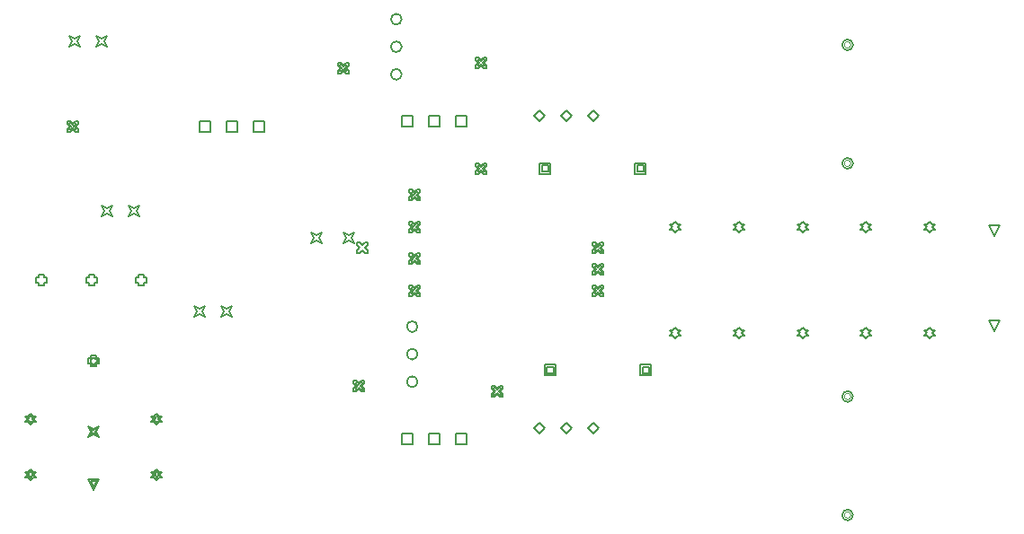
<source format=gbr>
%TF.GenerationSoftware,Altium Limited,Altium Designer,21.2.1 (34)*%
G04 Layer_Color=2752767*
%FSLAX26Y26*%
%MOIN*%
%TF.SameCoordinates,2E7F18B9-7671-40DC-A7DD-494BE6684AB2*%
%TF.FilePolarity,Positive*%
%TF.FileFunction,Drawing*%
%TF.Part,Single*%
G01*
G75*
%TA.AperFunction,NonConductor*%
%ADD72C,0.005000*%
%ADD102C,0.006667*%
%ADD103C,0.004000*%
D72*
X1417008Y1613858D02*
Y1653858D01*
X1457008D01*
Y1613858D01*
X1417008D01*
X1517008D02*
Y1653858D01*
X1557008D01*
Y1613858D01*
X1517008D01*
X1617008D02*
Y1653858D01*
X1657008D01*
Y1613858D01*
X1617008D01*
X3614173Y1207362D02*
X3594173Y1247362D01*
X3634173D01*
X3614173Y1207362D01*
Y853032D02*
X3594173Y893032D01*
X3634173D01*
X3614173Y853032D01*
X2431102Y1220158D02*
X2441102Y1230158D01*
X2451102D01*
X2441102Y1240158D01*
X2451102Y1250158D01*
X2441102D01*
X2431102Y1260158D01*
X2421102Y1250158D01*
X2411102D01*
X2421102Y1240158D01*
X2411102Y1230158D01*
X2421102D01*
X2431102Y1220158D01*
Y826457D02*
X2441102Y836457D01*
X2451102D01*
X2441102Y846457D01*
X2451102Y856457D01*
X2441102D01*
X2431102Y866457D01*
X2421102Y856457D01*
X2411102D01*
X2421102Y846457D01*
X2411102Y836457D01*
X2421102D01*
X2431102Y826457D01*
X2667323Y1220158D02*
X2677323Y1230158D01*
X2687323D01*
X2677323Y1240158D01*
X2687323Y1250158D01*
X2677323D01*
X2667323Y1260158D01*
X2657323Y1250158D01*
X2647323D01*
X2657323Y1240158D01*
X2647323Y1230158D01*
X2657323D01*
X2667323Y1220158D01*
Y826457D02*
X2677323Y836457D01*
X2687323D01*
X2677323Y846457D01*
X2687323Y856457D01*
X2677323D01*
X2667323Y866457D01*
X2657323Y856457D01*
X2647323D01*
X2657323Y846457D01*
X2647323Y836457D01*
X2657323D01*
X2667323Y826457D01*
X2903543Y1220158D02*
X2913543Y1230158D01*
X2923543D01*
X2913543Y1240158D01*
X2923543Y1250158D01*
X2913543D01*
X2903543Y1260158D01*
X2893543Y1250158D01*
X2883543D01*
X2893543Y1240158D01*
X2883543Y1230158D01*
X2893543D01*
X2903543Y1220158D01*
Y826457D02*
X2913543Y836457D01*
X2923543D01*
X2913543Y846457D01*
X2923543Y856457D01*
X2913543D01*
X2903543Y866457D01*
X2893543Y856457D01*
X2883543D01*
X2893543Y846457D01*
X2883543Y836457D01*
X2893543D01*
X2903543Y826457D01*
X3139764Y1220158D02*
X3149764Y1230158D01*
X3159764D01*
X3149764Y1240158D01*
X3159764Y1250158D01*
X3149764D01*
X3139764Y1260158D01*
X3129764Y1250158D01*
X3119764D01*
X3129764Y1240158D01*
X3119764Y1230158D01*
X3129764D01*
X3139764Y1220158D01*
Y826457D02*
X3149764Y836457D01*
X3159764D01*
X3149764Y846457D01*
X3159764Y856457D01*
X3149764D01*
X3139764Y866457D01*
X3129764Y856457D01*
X3119764D01*
X3129764Y846457D01*
X3119764Y836457D01*
X3129764D01*
X3139764Y826457D01*
X3375984Y1220158D02*
X3385984Y1230158D01*
X3395984D01*
X3385984Y1240158D01*
X3395984Y1250158D01*
X3385984D01*
X3375984Y1260158D01*
X3365984Y1250158D01*
X3355984D01*
X3365984Y1240158D01*
X3355984Y1230158D01*
X3365984D01*
X3375984Y1220158D01*
Y826457D02*
X3385984Y836457D01*
X3395984D01*
X3385984Y846457D01*
X3395984Y856457D01*
X3385984D01*
X3375984Y866457D01*
X3365984Y856457D01*
X3355984D01*
X3365984Y846457D01*
X3355984Y836457D01*
X3365984D01*
X3375984Y826457D01*
X185905Y1909134D02*
X195905Y1929134D01*
X185905Y1949134D01*
X205905Y1939134D01*
X225905Y1949134D01*
X215905Y1929134D01*
X225905Y1909134D01*
X205905Y1919134D01*
X185905Y1909134D01*
X285906D02*
X295906Y1929134D01*
X285906Y1949134D01*
X305906Y1939134D01*
X325906Y1949134D01*
X315906Y1929134D01*
X325906Y1909134D01*
X305906Y1919134D01*
X285906Y1909134D01*
X257716Y1033307D02*
Y1023307D01*
X277716D01*
Y1033307D01*
X287716D01*
Y1053307D01*
X277716D01*
Y1063307D01*
X257716D01*
Y1053307D01*
X247716D01*
Y1033307D01*
X257716D01*
X442756D02*
Y1023307D01*
X462756D01*
Y1033307D01*
X472756D01*
Y1053307D01*
X462756D01*
Y1063307D01*
X442756D01*
Y1053307D01*
X432756D01*
Y1033307D01*
X442756D01*
X72677D02*
Y1023307D01*
X92677D01*
Y1033307D01*
X102677D01*
Y1053307D01*
X92677D01*
Y1063307D01*
X72677D01*
Y1053307D01*
X62677D01*
Y1033307D01*
X72677D01*
X1082361Y1180787D02*
X1092361Y1200787D01*
X1082361Y1220787D01*
X1102361Y1210787D01*
X1122361Y1220787D01*
X1112361Y1200787D01*
X1122361Y1180787D01*
X1102361Y1190787D01*
X1082361Y1180787D01*
X1200472D02*
X1210472Y1200787D01*
X1200472Y1220787D01*
X1220472Y1210787D01*
X1240472Y1220787D01*
X1230472Y1200787D01*
X1240472Y1180787D01*
X1220472Y1190787D01*
X1200472Y1180787D01*
X1250865Y1142205D02*
X1260865D01*
X1270865Y1152205D01*
X1280865Y1142205D01*
X1290865D01*
Y1152205D01*
X1280865Y1162205D01*
X1290865Y1172205D01*
Y1182205D01*
X1280865D01*
X1270865Y1172205D01*
X1260865Y1182205D01*
X1250865D01*
Y1172205D01*
X1260865Y1162205D01*
X1250865Y1152205D01*
Y1142205D01*
X1617008Y432756D02*
Y472756D01*
X1657008D01*
Y432756D01*
X1617008D01*
X1517008D02*
Y472756D01*
X1557008D01*
Y432756D01*
X1517008D01*
X1417008D02*
Y472756D01*
X1457008D01*
Y432756D01*
X1417008D01*
X2107559Y492126D02*
X2127559Y512126D01*
X2147559Y492126D01*
X2127559Y472126D01*
X2107559Y492126D01*
X2007559D02*
X2027559Y512126D01*
X2047559Y492126D01*
X2027559Y472126D01*
X2007559Y492126D01*
X1907559D02*
X1927559Y512126D01*
X1947559Y492126D01*
X1927559Y472126D01*
X1907559Y492126D01*
X2302835Y688661D02*
Y728661D01*
X2342835D01*
Y688661D01*
X2302835D01*
X2310835Y696661D02*
Y720661D01*
X2334835D01*
Y696661D01*
X2310835D01*
X1948504Y688661D02*
Y728661D01*
X1988504D01*
Y688661D01*
X1948504D01*
X1956504Y696661D02*
Y720661D01*
X1980504D01*
Y696661D01*
X1956504D01*
X1928819Y1436693D02*
Y1476693D01*
X1968819D01*
Y1436693D01*
X1928819D01*
X1936819Y1444693D02*
Y1468693D01*
X1960819D01*
Y1444693D01*
X1936819D01*
X2283150Y1436693D02*
Y1476693D01*
X2323150D01*
Y1436693D01*
X2283150D01*
X2291150Y1444693D02*
Y1468693D01*
X2315150D01*
Y1444693D01*
X2291150D01*
X2107558Y1653543D02*
X2127558Y1673543D01*
X2147558Y1653543D01*
X2127558Y1633543D01*
X2107558Y1653543D01*
X2007558D02*
X2027558Y1673543D01*
X2047558Y1653543D01*
X2027558Y1633543D01*
X2007558Y1653543D01*
X1907558D02*
X1927558Y1673543D01*
X1947558Y1653543D01*
X1927558Y1633543D01*
X1907558Y1653543D01*
X667402Y1594173D02*
Y1634173D01*
X707402D01*
Y1594173D01*
X667402D01*
X767402D02*
Y1634173D01*
X807402D01*
Y1594173D01*
X767402D01*
X867402D02*
Y1634173D01*
X907402D01*
Y1594173D01*
X867402D01*
X304016Y1279213D02*
X314016Y1299213D01*
X304016Y1319213D01*
X324016Y1309213D01*
X344016Y1319213D01*
X334016Y1299213D01*
X344016Y1279213D01*
X324016Y1289213D01*
X304016Y1279213D01*
X404016D02*
X414016Y1299213D01*
X404016Y1319213D01*
X424016Y1309213D01*
X444016Y1319213D01*
X434016Y1299213D01*
X444016Y1279213D01*
X424016Y1289213D01*
X404016Y1279213D01*
X275591Y263465D02*
X255590Y303465D01*
X295591D01*
X275591Y263465D01*
Y271465D02*
X263591Y295465D01*
X287591D01*
X275591Y271465D01*
X509842Y505591D02*
X519842Y515591D01*
X529842D01*
X519842Y525591D01*
X529842Y535591D01*
X519842D01*
X509842Y545591D01*
X499842Y535591D01*
X489842D01*
X499842Y525591D01*
X489842Y515591D01*
X499842D01*
X509842Y505591D01*
Y513591D02*
X515842Y519591D01*
X521842D01*
X515842Y525591D01*
X521842Y531591D01*
X515842D01*
X509842Y537591D01*
X503842Y531591D01*
X497842D01*
X503842Y525591D01*
X497842Y519591D01*
X503842D01*
X509842Y513591D01*
Y300866D02*
X519842Y310866D01*
X529842D01*
X519842Y320866D01*
X529842Y330866D01*
X519842D01*
X509842Y340866D01*
X499842Y330866D01*
X489842D01*
X499842Y320866D01*
X489842Y310866D01*
X499842D01*
X509842Y300866D01*
Y308866D02*
X515842Y314866D01*
X521842D01*
X515842Y320866D01*
X521842Y326866D01*
X515842D01*
X509842Y332866D01*
X503842Y326866D01*
X497842D01*
X503842Y320866D01*
X497842Y314866D01*
X503842D01*
X509842Y308866D01*
X41339Y300866D02*
X51339Y310866D01*
X61339D01*
X51339Y320866D01*
X61339Y330866D01*
X51339D01*
X41339Y340866D01*
X31338Y330866D01*
X21338D01*
X31338Y320866D01*
X21338Y310866D01*
X31338D01*
X41339Y300866D01*
Y308866D02*
X47339Y314866D01*
X53339D01*
X47339Y320866D01*
X53339Y326866D01*
X47339D01*
X41339Y332866D01*
X35339Y326866D01*
X29338D01*
X35339Y320866D01*
X29338Y314866D01*
X35339D01*
X41339Y308866D01*
Y505591D02*
X51339Y515591D01*
X61339D01*
X51339Y525591D01*
X61339Y535591D01*
X51339D01*
X41339Y545591D01*
X31338Y535591D01*
X21338D01*
X31338Y525591D01*
X21338Y515591D01*
X31338D01*
X41339Y505591D01*
Y513591D02*
X47339Y519591D01*
X53339D01*
X47339Y525591D01*
X53339Y531591D01*
X47339D01*
X41339Y537591D01*
X35339Y531591D01*
X29338D01*
X35339Y525591D01*
X29338Y519591D01*
X35339D01*
X41339Y513591D01*
X255590Y460315D02*
X265591Y480315D01*
X255590Y500315D01*
X275591Y490315D01*
X295591Y500315D01*
X285591Y480315D01*
X295591Y460315D01*
X275591Y470315D01*
X255590Y460315D01*
X263591Y468315D02*
X269591Y480315D01*
X263591Y492315D01*
X275591Y486315D01*
X287591Y492315D01*
X281591Y480315D01*
X287591Y468315D01*
X275591Y474315D01*
X263591Y468315D01*
X265591Y732126D02*
Y722126D01*
X285591D01*
Y732126D01*
X295591D01*
Y752126D01*
X285591D01*
Y762126D01*
X265591D01*
Y752126D01*
X255590D01*
Y732126D01*
X265591D01*
X269591Y736126D02*
Y730126D01*
X281591D01*
Y736126D01*
X287591D01*
Y748126D01*
X281591D01*
Y754126D01*
X269591D01*
Y748126D01*
X263591D01*
Y736126D01*
X269591D01*
X649291Y905197D02*
X659291Y925197D01*
X649291Y945197D01*
X669291Y935197D01*
X689291Y945197D01*
X679291Y925197D01*
X689291Y905197D01*
X669291Y915197D01*
X649291Y905197D01*
X749291D02*
X759291Y925197D01*
X749291Y945197D01*
X769291Y935197D01*
X789291Y945197D01*
X779291Y925197D01*
X789291Y905197D01*
X769291Y915197D01*
X749291Y905197D01*
X176850Y1594173D02*
X186850D01*
X196850Y1604173D01*
X206850Y1594173D01*
X216850D01*
Y1604173D01*
X206850Y1614173D01*
X216850Y1624173D01*
Y1634173D01*
X206850D01*
X196850Y1624173D01*
X186850Y1634173D01*
X176850D01*
Y1624173D01*
X186850Y1614173D01*
X176850Y1604173D01*
Y1594173D01*
X184850Y1602173D02*
X190850D01*
X196850Y1608173D01*
X202850Y1602173D01*
X208850D01*
Y1608173D01*
X202850Y1614173D01*
X208850Y1620173D01*
Y1626173D01*
X202850D01*
X196850Y1620173D01*
X190850Y1626173D01*
X184850D01*
Y1620173D01*
X190850Y1614173D01*
X184850Y1608173D01*
Y1602173D01*
X2125669Y1141417D02*
X2135669D01*
X2145669Y1151417D01*
X2155669Y1141417D01*
X2165669D01*
Y1151417D01*
X2155669Y1161417D01*
X2165669Y1171417D01*
Y1181417D01*
X2155669D01*
X2145669Y1171417D01*
X2135669Y1181417D01*
X2125669D01*
Y1171417D01*
X2135669Y1161417D01*
X2125669Y1151417D01*
Y1141417D01*
X2133669Y1149417D02*
X2139669D01*
X2145669Y1155417D01*
X2151669Y1149417D01*
X2157669D01*
Y1155417D01*
X2151669Y1161417D01*
X2157669Y1167417D01*
Y1173417D01*
X2151669D01*
X2145669Y1167417D01*
X2139669Y1173417D01*
X2133669D01*
Y1167417D01*
X2139669Y1161417D01*
X2133669Y1155417D01*
Y1149417D01*
X2125669Y1062677D02*
X2135669D01*
X2145669Y1072677D01*
X2155669Y1062677D01*
X2165669D01*
Y1072677D01*
X2155669Y1082677D01*
X2165669Y1092677D01*
Y1102677D01*
X2155669D01*
X2145669Y1092677D01*
X2135669Y1102677D01*
X2125669D01*
Y1092677D01*
X2135669Y1082677D01*
X2125669Y1072677D01*
Y1062677D01*
X2133669Y1070677D02*
X2139669D01*
X2145669Y1076677D01*
X2151669Y1070677D01*
X2157669D01*
Y1076677D01*
X2151669Y1082677D01*
X2157669Y1088677D01*
Y1094677D01*
X2151669D01*
X2145669Y1088677D01*
X2139669Y1094677D01*
X2133669D01*
Y1088677D01*
X2139669Y1082677D01*
X2133669Y1076677D01*
Y1070677D01*
X2125669Y983937D02*
X2135669D01*
X2145669Y993937D01*
X2155669Y983937D01*
X2165669D01*
Y993937D01*
X2155669Y1003937D01*
X2165669Y1013937D01*
Y1023937D01*
X2155669D01*
X2145669Y1013937D01*
X2135669Y1023937D01*
X2125669D01*
Y1013937D01*
X2135669Y1003937D01*
X2125669Y993937D01*
Y983937D01*
X2133669Y991937D02*
X2139669D01*
X2145669Y997937D01*
X2151669Y991937D01*
X2157669D01*
Y997937D01*
X2151669Y1003937D01*
X2157669Y1009937D01*
Y1015937D01*
X2151669D01*
X2145669Y1009937D01*
X2139669Y1015937D01*
X2133669D01*
Y1009937D01*
X2139669Y1003937D01*
X2133669Y997937D01*
Y991937D01*
X1446693Y983937D02*
X1456693D01*
X1466693Y993937D01*
X1476693Y983937D01*
X1486693D01*
Y993937D01*
X1476693Y1003937D01*
X1486693Y1013937D01*
Y1023937D01*
X1476693D01*
X1466693Y1013937D01*
X1456693Y1023937D01*
X1446693D01*
Y1013937D01*
X1456693Y1003937D01*
X1446693Y993937D01*
Y983937D01*
X1454693Y991937D02*
X1460693D01*
X1466693Y997937D01*
X1472693Y991937D01*
X1478693D01*
Y997937D01*
X1472693Y1003937D01*
X1478693Y1009937D01*
Y1015937D01*
X1472693D01*
X1466693Y1009937D01*
X1460693Y1015937D01*
X1454693D01*
Y1009937D01*
X1460693Y1003937D01*
X1454693Y997937D01*
Y991937D01*
X1446693Y1102047D02*
X1456693D01*
X1466693Y1112047D01*
X1476693Y1102047D01*
X1486693D01*
Y1112047D01*
X1476693Y1122047D01*
X1486693Y1132047D01*
Y1142047D01*
X1476693D01*
X1466693Y1132047D01*
X1456693Y1142047D01*
X1446693D01*
Y1132047D01*
X1456693Y1122047D01*
X1446693Y1112047D01*
Y1102047D01*
X1454693Y1110047D02*
X1460693D01*
X1466693Y1116047D01*
X1472693Y1110047D01*
X1478693D01*
Y1116047D01*
X1472693Y1122047D01*
X1478693Y1128047D01*
Y1134047D01*
X1472693D01*
X1466693Y1128047D01*
X1460693Y1134047D01*
X1454693D01*
Y1128047D01*
X1460693Y1122047D01*
X1454693Y1116047D01*
Y1110047D01*
X1446693Y1220158D02*
X1456693D01*
X1466693Y1230158D01*
X1476693Y1220158D01*
X1486693D01*
Y1230158D01*
X1476693Y1240158D01*
X1486693Y1250158D01*
Y1260158D01*
X1476693D01*
X1466693Y1250158D01*
X1456693Y1260158D01*
X1446693D01*
Y1250158D01*
X1456693Y1240158D01*
X1446693Y1230158D01*
Y1220158D01*
X1454693Y1228158D02*
X1460693D01*
X1466693Y1234158D01*
X1472693Y1228158D01*
X1478693D01*
Y1234158D01*
X1472693Y1240158D01*
X1478693Y1246158D01*
Y1252158D01*
X1472693D01*
X1466693Y1246158D01*
X1460693Y1252158D01*
X1454693D01*
Y1246158D01*
X1460693Y1240158D01*
X1454693Y1234158D01*
Y1228158D01*
X1446693Y1338268D02*
X1456693D01*
X1466693Y1348268D01*
X1476693Y1338268D01*
X1486693D01*
Y1348268D01*
X1476693Y1358268D01*
X1486693Y1368268D01*
Y1378268D01*
X1476693D01*
X1466693Y1368268D01*
X1456693Y1378268D01*
X1446693D01*
Y1368268D01*
X1456693Y1358268D01*
X1446693Y1348268D01*
Y1338268D01*
X1454693Y1346268D02*
X1460693D01*
X1466693Y1352268D01*
X1472693Y1346268D01*
X1478693D01*
Y1352268D01*
X1472693Y1358268D01*
X1478693Y1364268D01*
Y1370268D01*
X1472693D01*
X1466693Y1364268D01*
X1460693Y1370268D01*
X1454693D01*
Y1364268D01*
X1460693Y1358268D01*
X1454693Y1352268D01*
Y1346268D01*
X1239842Y629606D02*
X1249842D01*
X1259842Y639606D01*
X1269842Y629606D01*
X1279842D01*
Y639606D01*
X1269842Y649606D01*
X1279842Y659606D01*
Y669606D01*
X1269842D01*
X1259842Y659606D01*
X1249842Y669606D01*
X1239842D01*
Y659606D01*
X1249842Y649606D01*
X1239842Y639606D01*
Y629606D01*
X1247842Y637606D02*
X1253842D01*
X1259842Y643606D01*
X1265842Y637606D01*
X1271842D01*
Y643606D01*
X1265842Y649606D01*
X1271842Y655606D01*
Y661606D01*
X1265842D01*
X1259842Y655606D01*
X1253842Y661606D01*
X1247842D01*
Y655606D01*
X1253842Y649606D01*
X1247842Y643606D01*
Y637606D01*
X1751653Y609921D02*
X1761653D01*
X1771653Y619921D01*
X1781653Y609921D01*
X1791653D01*
Y619921D01*
X1781653Y629921D01*
X1791653Y639921D01*
Y649921D01*
X1781653D01*
X1771653Y639921D01*
X1761653Y649921D01*
X1751653D01*
Y639921D01*
X1761653Y629921D01*
X1751653Y619921D01*
Y609921D01*
X1759653Y617921D02*
X1765653D01*
X1771653Y623921D01*
X1777653Y617921D01*
X1783653D01*
Y623921D01*
X1777653Y629921D01*
X1783653Y635921D01*
Y641921D01*
X1777653D01*
X1771653Y635921D01*
X1765653Y641921D01*
X1759653D01*
Y635921D01*
X1765653Y629921D01*
X1759653Y623921D01*
Y617921D01*
X1692598Y1830394D02*
X1702598D01*
X1712598Y1840394D01*
X1722598Y1830394D01*
X1732598D01*
Y1840394D01*
X1722598Y1850394D01*
X1732598Y1860394D01*
Y1870394D01*
X1722598D01*
X1712598Y1860394D01*
X1702598Y1870394D01*
X1692598D01*
Y1860394D01*
X1702598Y1850394D01*
X1692598Y1840394D01*
Y1830394D01*
X1700598Y1838394D02*
X1706598D01*
X1712598Y1844394D01*
X1718598Y1838394D01*
X1724598D01*
Y1844394D01*
X1718598Y1850394D01*
X1724598Y1856394D01*
Y1862394D01*
X1718598D01*
X1712598Y1856394D01*
X1706598Y1862394D01*
X1700598D01*
Y1856394D01*
X1706598Y1850394D01*
X1700598Y1844394D01*
Y1838394D01*
X1692598Y1436693D02*
X1702598D01*
X1712598Y1446693D01*
X1722598Y1436693D01*
X1732598D01*
Y1446693D01*
X1722598Y1456693D01*
X1732598Y1466693D01*
Y1476693D01*
X1722598D01*
X1712598Y1466693D01*
X1702598Y1476693D01*
X1692598D01*
Y1466693D01*
X1702598Y1456693D01*
X1692598Y1446693D01*
Y1436693D01*
X1700598Y1444693D02*
X1706598D01*
X1712598Y1450693D01*
X1718598Y1444693D01*
X1724598D01*
Y1450693D01*
X1718598Y1456693D01*
X1724598Y1462693D01*
Y1468693D01*
X1718598D01*
X1712598Y1462693D01*
X1706598Y1468693D01*
X1700598D01*
Y1462693D01*
X1706598Y1456693D01*
X1700598Y1450693D01*
Y1444693D01*
X1180787Y1810709D02*
X1190787D01*
X1200787Y1820709D01*
X1210787Y1810709D01*
X1220787D01*
Y1820709D01*
X1210787Y1830709D01*
X1220787Y1840709D01*
Y1850709D01*
X1210787D01*
X1200787Y1840709D01*
X1190787Y1850709D01*
X1180787D01*
Y1840709D01*
X1190787Y1830709D01*
X1180787Y1820709D01*
Y1810709D01*
X1188787Y1818709D02*
X1194787D01*
X1200787Y1824709D01*
X1206787Y1818709D01*
X1212787D01*
Y1824709D01*
X1206787Y1830709D01*
X1212787Y1836709D01*
Y1842709D01*
X1206787D01*
X1200787Y1836709D01*
X1194787Y1842709D01*
X1188787D01*
Y1836709D01*
X1194787Y1830709D01*
X1188787Y1824709D01*
Y1818709D01*
D102*
X1417637Y1807087D02*
G03*
X1417637Y1807087I-20000J0D01*
G01*
Y1909449D02*
G03*
X1417637Y1909449I-20000J0D01*
G01*
Y2011811D02*
G03*
X1417637Y2011811I-20000J0D01*
G01*
X1476692Y870079D02*
G03*
X1476692Y870079I-20000J0D01*
G01*
Y767717D02*
G03*
X1476692Y767717I-20000J0D01*
G01*
Y665354D02*
G03*
X1476692Y665354I-20000J0D01*
G01*
X3090865Y610236D02*
G03*
X3090865Y610236I-20000J0D01*
G01*
Y170236D02*
G03*
X3090865Y170236I-20000J0D01*
G01*
Y1476378D02*
G03*
X3090865Y1476378I-20000J0D01*
G01*
Y1916378D02*
G03*
X3090865Y1916378I-20000J0D01*
G01*
D103*
X3082865Y610236D02*
G03*
X3082865Y610236I-12000J0D01*
G01*
Y170236D02*
G03*
X3082865Y170236I-12000J0D01*
G01*
Y1476378D02*
G03*
X3082865Y1476378I-12000J0D01*
G01*
Y1916378D02*
G03*
X3082865Y1916378I-12000J0D01*
G01*
%TF.MD5,8c8ef6dda3924787f38b31814da58f32*%
M02*

</source>
